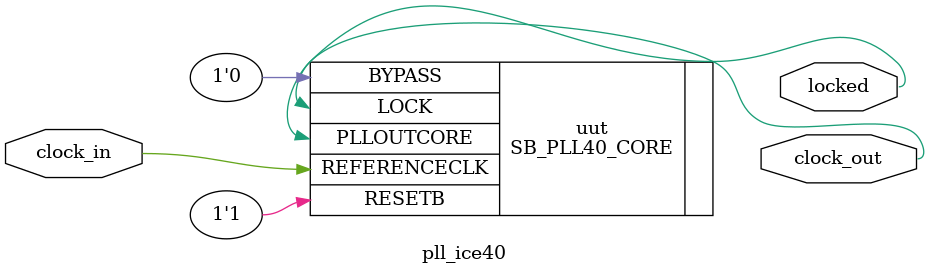
<source format=v>
/**
 * PLL configuration
 *
 * This Verilog module was generated automatically
 * using the icepll tool from the IceStorm project.
 * Use at your own risk.
 *
 * Given input frequency:       100.000 MHz
 * Requested output frequency:   20.000 MHz
 * Achieved output frequency:    20.000 MHz
 */

module pll_ice40(
	input  clock_in,
	output clock_out,
	output locked
	);

SB_PLL40_CORE #(
		.FEEDBACK_PATH("SIMPLE"),
		.DIVR(4'b0100),		// DIVR =  4
		.DIVF(7'b0011111),	// DIVF = 31
		.DIVQ(3'b101),		// DIVQ =  5
		.FILTER_RANGE(3'b010)	// FILTER_RANGE = 2
	) uut (
		.LOCK(locked),
		.RESETB(1'b1),
		.BYPASS(1'b0),
		.REFERENCECLK(clock_in),
		.PLLOUTCORE(clock_out)
		);

endmodule

</source>
